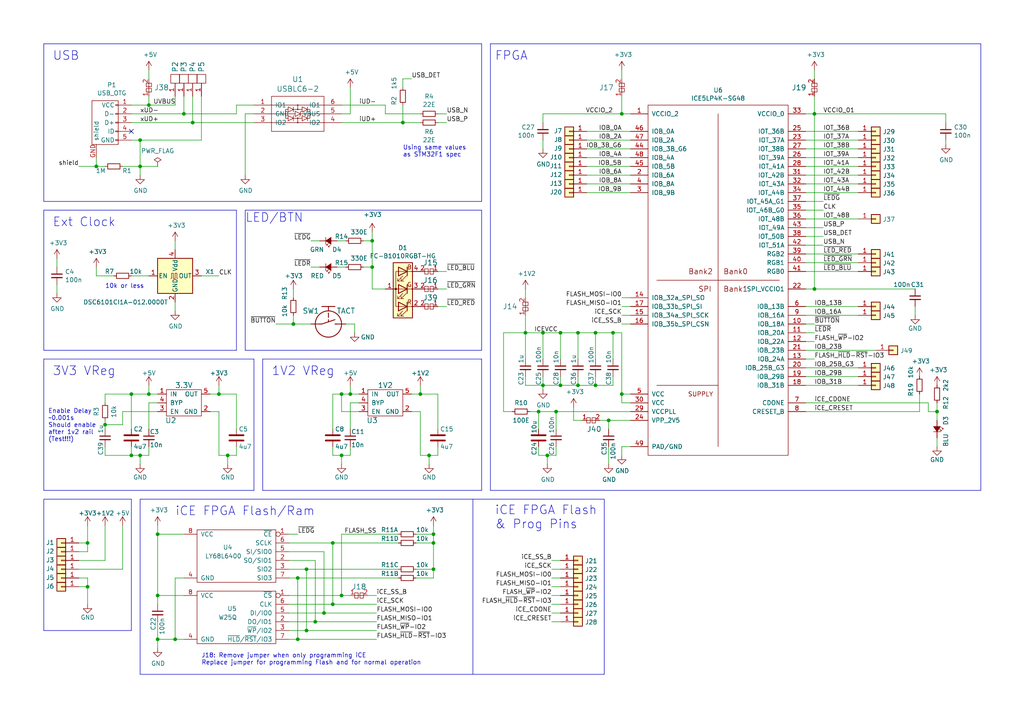
<source format=kicad_sch>
(kicad_sch (version 20230121) (generator eeschema)
  (paper "A4")
  (title_block (title "iCEBreaker-bitsy") (rev "V0.3a") (company "1BitSquared") (comment 1 "2018-2020 (C) 1BitSquared <info@1bitsquared.com>") (comment 2 "2018-2020 (C) Piotr Esden-Tempski <piotr@esden.net>") (comment 3 "License: CC-BY-SA V4.0"))
  (junction (at 27.94 48.26))
  (junction (at 125.73 157.48))
  (junction (at 167.64 96.52))
  (junction (at 107.95 77.47))
  (junction (at 99.06 172.72))
  (junction (at 38.1 132.08))
  (junction (at 25.4 170.18))
  (junction (at 30.48 123.19))
  (junction (at 88.9 165.1))
  (junction (at 125.73 165.1))
  (junction (at 156.21 119.38))
  (junction (at 40.64 40.64))
  (junction (at 40.64 48.26))
  (junction (at 116.84 35.56))
  (junction (at 43.18 30.48))
  (junction (at 45.72 172.72))
  (junction (at 167.64 111.76))
  (junction (at 157.48 96.52))
  (junction (at 236.22 33.02))
  (junction (at 86.36 167.64))
  (junction (at 152.4 96.52))
  (junction (at 236.22 83.82))
  (junction (at 86.36 185.42))
  (junction (at 45.72 185.42))
  (junction (at 172.72 111.76))
  (junction (at 93.98 177.8))
  (junction (at 55.88 35.56))
  (junction (at 180.34 114.3))
  (junction (at 121.92 114.3))
  (junction (at 38.1 114.3))
  (junction (at 85.09 93.98))
  (junction (at 50.8 185.42))
  (junction (at 40.64 132.08))
  (junction (at 96.52 175.26))
  (junction (at 43.18 114.3))
  (junction (at 99.06 114.3))
  (junction (at 63.5 114.3))
  (junction (at 124.46 132.08))
  (junction (at 91.44 180.34))
  (junction (at 125.73 154.94))
  (junction (at 88.9 182.88))
  (junction (at 45.72 154.94))
  (junction (at 158.75 132.08))
  (junction (at 157.48 111.76))
  (junction (at 162.56 96.52))
  (junction (at 66.04 132.08))
  (junction (at 99.06 132.08))
  (junction (at 25.4 157.48))
  (junction (at 172.72 96.52))
  (junction (at 180.34 33.02))
  (junction (at 271.78 119.38))
  (junction (at 176.53 121.92))
  (junction (at 96.52 157.48))
  (junction (at 161.29 119.38))
  (junction (at 53.34 33.02))
  (junction (at 162.56 111.76))
  (junction (at 107.95 69.85))
  (junction (at 177.8 96.52))
  (junction (at 101.6 114.3))
  (no_connect (at 38.1 38.1))
  (wire (pts (xy 83.82 172.72) (xy 99.06 172.72)))
  (wire (pts (xy 160.02 170.18) (xy 162.56 170.18)))
  (wire (pts (xy 45.72 116.84) (xy 43.18 116.84)))
  (wire (pts (xy 182.88 50.8) (xy 170.18 50.8)))
  (wire (pts (xy 63.5 119.38) (xy 63.5 132.08)))
  (wire (pts (xy 233.68 48.26) (xy 248.92 48.26)))
  (polyline (pts (xy 38.1 144.78) (xy 38.1 182.88)))
  (wire (pts (xy 55.88 35.56) (xy 73.66 35.56)))
  (wire (pts (xy 182.88 119.38) (xy 161.29 119.38)))
  (wire (pts (xy 111.76 83.82) (xy 107.95 83.82)))
  (wire (pts (xy 160.02 175.26) (xy 162.56 175.26)))
  (wire (pts (xy 127 83.82) (xy 129.54 83.82)))
  (polyline (pts (xy 38.1 182.88) (xy 12.7 182.88)))
  (wire (pts (xy 85.09 86.36) (xy 85.09 83.82)))
  (wire (pts (xy 86.36 167.64) (xy 86.36 185.42)))
  (wire (pts (xy 104.14 116.84) (xy 101.6 116.84)))
  (wire (pts (xy 158.75 132.08) (xy 156.21 132.08)))
  (wire (pts (xy 30.48 162.56) (xy 30.48 152.4)))
  (wire (pts (xy 30.48 121.92) (xy 30.48 123.19)))
  (wire (pts (xy 96.52 157.48) (xy 96.52 175.26)))
  (wire (pts (xy 120.65 154.94) (xy 125.73 154.94)))
  (wire (pts (xy 102.87 93.98) (xy 102.87 96.52)))
  (wire (pts (xy 180.34 114.3) (xy 180.34 116.84)))
  (wire (pts (xy 127 35.56) (xy 129.54 35.56)))
  (wire (pts (xy 104.14 119.38) (xy 99.06 119.38)))
  (wire (pts (xy 27.94 77.47) (xy 27.94 80.01)))
  (wire (pts (xy 22.86 160.02) (xy 25.4 160.02)))
  (wire (pts (xy 107.95 77.47) (xy 105.41 77.47)))
  (wire (pts (xy 119.38 114.3) (xy 121.92 114.3)))
  (polyline (pts (xy 12.7 142.24) (xy 12.7 104.14)))
  (wire (pts (xy 53.34 185.42) (xy 50.8 185.42)))
  (wire (pts (xy 176.53 121.92) (xy 182.88 121.92)))
  (wire (pts (xy 146.05 119.38) (xy 148.59 119.38)))
  (wire (pts (xy 233.68 38.1) (xy 248.92 38.1)))
  (wire (pts (xy 161.29 129.54) (xy 161.29 132.08)))
  (wire (pts (xy 43.18 114.3) (xy 45.72 114.3)))
  (wire (pts (xy 265.43 88.9) (xy 265.43 91.44)))
  (polyline (pts (xy 284.48 142.24) (xy 142.24 142.24)))
  (wire (pts (xy 25.4 160.02) (xy 25.4 157.48)))
  (wire (pts (xy 90.17 93.98) (xy 85.09 93.98)))
  (wire (pts (xy 53.34 33.02) (xy 68.58 33.02)))
  (wire (pts (xy 233.68 40.64) (xy 248.92 40.64)))
  (wire (pts (xy 68.58 114.3) (xy 68.58 124.46)))
  (wire (pts (xy 27.94 45.72) (xy 27.94 48.26)))
  (wire (pts (xy 25.4 157.48) (xy 25.4 152.4)))
  (wire (pts (xy 233.68 96.52) (xy 236.22 96.52)))
  (wire (pts (xy 99.06 30.48) (xy 111.76 30.48)))
  (wire (pts (xy 50.8 30.48) (xy 43.18 30.48)))
  (wire (pts (xy 162.56 177.8) (xy 160.02 177.8)))
  (wire (pts (xy 101.6 114.3) (xy 101.6 111.76)))
  (wire (pts (xy 182.88 45.72) (xy 170.18 45.72)))
  (wire (pts (xy 233.68 68.58) (xy 238.76 68.58)))
  (wire (pts (xy 180.34 20.32) (xy 180.34 22.86)))
  (wire (pts (xy 236.22 33.02) (xy 274.32 33.02)))
  (wire (pts (xy 167.64 109.22) (xy 167.64 111.76)))
  (wire (pts (xy 152.4 111.76) (xy 157.48 111.76)))
  (wire (pts (xy 125.73 152.4) (xy 125.73 154.94)))
  (polyline (pts (xy 40.64 144.78) (xy 175.26 144.78)))
  (wire (pts (xy 162.56 180.34) (xy 160.02 180.34)))
  (polyline (pts (xy 12.7 58.42) (xy 12.7 12.7)))
  (wire (pts (xy 125.73 157.48) (xy 120.65 157.48)))
  (wire (pts (xy 43.18 132.08) (xy 43.18 129.54)))
  (wire (pts (xy 45.72 172.72) (xy 45.72 175.26)))
  (wire (pts (xy 233.68 99.06) (xy 236.22 99.06)))
  (wire (pts (xy 182.88 43.18) (xy 170.18 43.18)))
  (wire (pts (xy 233.68 83.82) (xy 236.22 83.82)))
  (wire (pts (xy 83.82 177.8) (xy 93.98 177.8)))
  (wire (pts (xy 38.1 80.01) (xy 43.18 80.01)))
  (wire (pts (xy 53.34 27.94) (xy 53.34 33.02)))
  (wire (pts (xy 96.52 114.3) (xy 96.52 124.46)))
  (wire (pts (xy 160.02 165.1) (xy 162.56 165.1)))
  (wire (pts (xy 68.58 30.48) (xy 73.66 30.48)))
  (wire (pts (xy 115.57 157.48) (xy 96.52 157.48)))
  (polyline (pts (xy 142.24 142.24) (xy 142.24 12.7)))
  (wire (pts (xy 233.68 45.72) (xy 248.92 45.72)))
  (wire (pts (xy 35.56 48.26) (xy 40.64 48.26)))
  (wire (pts (xy 236.22 20.32) (xy 236.22 22.86)))
  (wire (pts (xy 16.51 74.93) (xy 16.51 77.47)))
  (polyline (pts (xy 12.7 182.88) (xy 12.7 144.78)))
  (polyline (pts (xy 139.7 60.96) (xy 139.7 101.6)))
  (wire (pts (xy 233.68 116.84) (xy 269.24 116.84)))
  (wire (pts (xy 16.51 82.55) (xy 16.51 85.09)))
  (wire (pts (xy 167.64 96.52) (xy 167.64 104.14)))
  (wire (pts (xy 96.52 132.08) (xy 99.06 132.08)))
  (wire (pts (xy 60.96 114.3) (xy 63.5 114.3)))
  (wire (pts (xy 116.84 25.4) (xy 116.84 22.86)))
  (wire (pts (xy 121.92 119.38) (xy 121.92 132.08)))
  (wire (pts (xy 35.56 123.19) (xy 35.56 119.38)))
  (wire (pts (xy 233.68 63.5) (xy 248.92 63.5)))
  (wire (pts (xy 146.05 96.52) (xy 146.05 119.38)))
  (wire (pts (xy 22.86 157.48) (xy 25.4 157.48)))
  (wire (pts (xy 111.76 33.02) (xy 121.92 33.02)))
  (wire (pts (xy 40.64 48.26) (xy 45.72 48.26)))
  (wire (pts (xy 27.94 48.26) (xy 22.86 48.26)))
  (wire (pts (xy 233.68 91.44) (xy 248.92 91.44)))
  (wire (pts (xy 45.72 172.72) (xy 45.72 154.94)))
  (wire (pts (xy 63.5 132.08) (xy 66.04 132.08)))
  (wire (pts (xy 22.86 167.64) (xy 25.4 167.64)))
  (polyline (pts (xy 175.26 195.58) (xy 40.64 195.58)))
  (polyline (pts (xy 139.7 142.24) (xy 76.2 142.24)))
  (wire (pts (xy 97.79 69.85) (xy 100.33 69.85)))
  (wire (pts (xy 162.56 111.76) (xy 162.56 109.22)))
  (wire (pts (xy 157.48 33.02) (xy 157.48 35.56)))
  (wire (pts (xy 38.1 35.56) (xy 55.88 35.56)))
  (wire (pts (xy 172.72 96.52) (xy 172.72 104.14)))
  (wire (pts (xy 38.1 114.3) (xy 43.18 114.3)))
  (wire (pts (xy 269.24 119.38) (xy 271.78 119.38)))
  (wire (pts (xy 45.72 185.42) (xy 45.72 187.96)))
  (polyline (pts (xy 139.7 104.14) (xy 139.7 142.24)))
  (polyline (pts (xy 71.12 101.6) (xy 71.12 60.96)))
  (wire (pts (xy 30.48 123.19) (xy 35.56 123.19)))
  (wire (pts (xy 88.9 165.1) (xy 115.57 165.1)))
  (wire (pts (xy 99.06 132.08) (xy 99.06 134.62)))
  (wire (pts (xy 85.09 93.98) (xy 80.01 93.98)))
  (wire (pts (xy 96.52 175.26) (xy 109.22 175.26)))
  (wire (pts (xy 127 33.02) (xy 129.54 33.02)))
  (wire (pts (xy 35.56 119.38) (xy 45.72 119.38)))
  (wire (pts (xy 55.88 27.94) (xy 55.88 35.56)))
  (wire (pts (xy 88.9 182.88) (xy 109.22 182.88)))
  (wire (pts (xy 93.98 160.02) (xy 93.98 177.8)))
  (wire (pts (xy 85.09 91.44) (xy 85.09 93.98)))
  (wire (pts (xy 172.72 96.52) (xy 167.64 96.52)))
  (wire (pts (xy 182.88 53.34) (xy 170.18 53.34)))
  (wire (pts (xy 177.8 109.22) (xy 177.8 111.76)))
  (polyline (pts (xy 284.48 12.7) (xy 284.48 142.24)))
  (wire (pts (xy 233.68 66.04) (xy 238.76 66.04)))
  (wire (pts (xy 45.72 154.94) (xy 45.72 152.4)))
  (wire (pts (xy 73.66 33.02) (xy 71.12 33.02)))
  (wire (pts (xy 157.48 96.52) (xy 152.4 96.52)))
  (polyline (pts (xy 73.66 104.14) (xy 73.66 142.24)))
  (wire (pts (xy 233.68 58.42) (xy 238.76 58.42)))
  (wire (pts (xy 182.88 55.88) (xy 170.18 55.88)))
  (wire (pts (xy 156.21 124.46) (xy 156.21 119.38)))
  (wire (pts (xy 43.18 116.84) (xy 43.18 124.46)))
  (wire (pts (xy 182.88 33.02) (xy 180.34 33.02)))
  (wire (pts (xy 116.84 35.56) (xy 121.92 35.56)))
  (wire (pts (xy 68.58 33.02) (xy 68.58 30.48)))
  (polyline (pts (xy 76.2 104.14) (xy 139.7 104.14)))
  (wire (pts (xy 182.88 88.9) (xy 180.34 88.9)))
  (wire (pts (xy 25.4 170.18) (xy 25.4 175.26)))
  (wire (pts (xy 106.68 172.72) (xy 109.22 172.72)))
  (polyline (pts (xy 40.64 195.58) (xy 40.64 144.78)))
  (wire (pts (xy 152.4 91.44) (xy 152.4 96.52)))
  (wire (pts (xy 166.37 121.92) (xy 166.37 118.11)))
  (wire (pts (xy 172.72 111.76) (xy 167.64 111.76)))
  (wire (pts (xy 99.06 114.3) (xy 101.6 114.3)))
  (wire (pts (xy 121.92 132.08) (xy 124.46 132.08)))
  (wire (pts (xy 38.1 40.64) (xy 40.64 40.64)))
  (wire (pts (xy 125.73 154.94) (xy 125.73 157.48)))
  (wire (pts (xy 50.8 87.63) (xy 50.8 90.17)))
  (wire (pts (xy 83.82 175.26) (xy 96.52 175.26)))
  (wire (pts (xy 161.29 119.38) (xy 161.29 124.46)))
  (wire (pts (xy 105.41 69.85) (xy 107.95 69.85)))
  (wire (pts (xy 68.58 132.08) (xy 68.58 129.54)))
  (wire (pts (xy 233.68 109.22) (xy 248.92 109.22)))
  (polyline (pts (xy 137.16 144.78) (xy 137.16 195.58)))
  (wire (pts (xy 157.48 96.52) (xy 157.48 104.14)))
  (wire (pts (xy 100.33 93.98) (xy 102.87 93.98)))
  (wire (pts (xy 30.48 129.54) (xy 30.48 132.08)))
  (wire (pts (xy 233.68 50.8) (xy 248.92 50.8)))
  (polyline (pts (xy 76.2 142.24) (xy 76.2 104.14)))
  (wire (pts (xy 101.6 114.3) (xy 104.14 114.3)))
  (wire (pts (xy 43.18 20.32) (xy 43.18 22.86)))
  (wire (pts (xy 50.8 167.64) (xy 50.8 185.42)))
  (wire (pts (xy 156.21 119.38) (xy 161.29 119.38)))
  (polyline (pts (xy 68.58 60.96) (xy 68.58 101.6)))
  (wire (pts (xy 233.68 119.38) (xy 266.7 119.38)))
  (wire (pts (xy 233.68 106.68) (xy 248.92 106.68)))
  (wire (pts (xy 271.78 119.38) (xy 271.78 121.92)))
  (wire (pts (xy 86.36 167.64) (xy 115.57 167.64)))
  (wire (pts (xy 101.6 116.84) (xy 101.6 124.46)))
  (wire (pts (xy 233.68 43.18) (xy 248.92 43.18)))
  (wire (pts (xy 99.06 172.72) (xy 101.6 172.72)))
  (wire (pts (xy 92.71 77.47) (xy 90.17 77.47)))
  (wire (pts (xy 153.67 119.38) (xy 156.21 119.38)))
  (wire (pts (xy 83.82 185.42) (xy 86.36 185.42)))
  (wire (pts (xy 83.82 162.56) (xy 91.44 162.56)))
  (wire (pts (xy 233.68 60.96) (xy 238.76 60.96)))
  (wire (pts (xy 156.21 129.54) (xy 156.21 132.08)))
  (wire (pts (xy 53.34 167.64) (xy 50.8 167.64)))
  (wire (pts (xy 121.92 114.3) (xy 121.92 111.76)))
  (wire (pts (xy 53.34 154.94) (xy 45.72 154.94)))
  (wire (pts (xy 236.22 33.02) (xy 236.22 83.82)))
  (polyline (pts (xy 12.7 104.14) (xy 73.66 104.14)))
  (wire (pts (xy 40.64 48.26) (xy 40.64 50.8)))
  (wire (pts (xy 233.68 76.2) (xy 248.92 76.2)))
  (wire (pts (xy 116.84 35.56) (xy 116.84 30.48)))
  (polyline (pts (xy 68.58 101.6) (xy 12.7 101.6)))
  (wire (pts (xy 88.9 165.1) (xy 88.9 182.88)))
  (wire (pts (xy 271.78 116.84) (xy 271.78 119.38)))
  (polyline (pts (xy 12.7 12.7) (xy 139.7 12.7)))
  (wire (pts (xy 99.06 132.08) (xy 101.6 132.08)))
  (wire (pts (xy 173.99 121.92) (xy 176.53 121.92)))
  (wire (pts (xy 30.48 116.84) (xy 30.48 114.3)))
  (wire (pts (xy 161.29 132.08) (xy 158.75 132.08)))
  (wire (pts (xy 22.86 165.1) (xy 35.56 165.1)))
  (wire (pts (xy 127 78.74) (xy 129.54 78.74)))
  (wire (pts (xy 30.48 114.3) (xy 38.1 114.3)))
  (wire (pts (xy 167.64 111.76) (xy 162.56 111.76)))
  (wire (pts (xy 160.02 172.72) (xy 162.56 172.72)))
  (wire (pts (xy 38.1 132.08) (xy 40.64 132.08)))
  (wire (pts (xy 107.95 67.31) (xy 107.95 69.85)))
  (wire (pts (xy 168.91 121.92) (xy 166.37 121.92)))
  (wire (pts (xy 63.5 114.3) (xy 68.58 114.3)))
  (wire (pts (xy 152.4 96.52) (xy 152.4 104.14)))
  (wire (pts (xy 121.92 114.3) (xy 127 114.3)))
  (wire (pts (xy 99.06 154.94) (xy 99.06 172.72)))
  (wire (pts (xy 66.04 132.08) (xy 66.04 134.62)))
  (wire (pts (xy 99.06 35.56) (xy 116.84 35.56)))
  (wire (pts (xy 83.82 180.34) (xy 91.44 180.34)))
  (wire (pts (xy 101.6 132.08) (xy 101.6 129.54)))
  (wire (pts (xy 180.34 27.94) (xy 180.34 33.02)))
  (wire (pts (xy 124.46 132.08) (xy 124.46 134.62)))
  (wire (pts (xy 269.24 116.84) (xy 269.24 119.38)))
  (polyline (pts (xy 175.26 144.78) (xy 175.26 195.58)))
  (polyline (pts (xy 139.7 101.6) (xy 71.12 101.6)))
  (wire (pts (xy 58.42 40.64) (xy 40.64 40.64)))
  (wire (pts (xy 152.4 83.82) (xy 152.4 86.36)))
  (wire (pts (xy 125.73 165.1) (xy 125.73 167.64)))
  (wire (pts (xy 40.64 132.08) (xy 40.64 134.62)))
  (wire (pts (xy 182.88 93.98) (xy 180.34 93.98)))
  (wire (pts (xy 162.56 96.52) (xy 162.56 104.14)))
  (wire (pts (xy 30.48 132.08) (xy 38.1 132.08)))
  (wire (pts (xy 38.1 114.3) (xy 38.1 124.46)))
  (wire (pts (xy 58.42 80.01) (xy 63.5 80.01)))
  (wire (pts (xy 157.48 111.76) (xy 162.56 111.76)))
  (polyline (pts (xy 73.66 142.24) (xy 12.7 142.24)))
  (wire (pts (xy 146.05 96.52) (xy 152.4 96.52)))
  (wire (pts (xy 167.64 96.52) (xy 162.56 96.52)))
  (wire (pts (xy 119.38 119.38) (xy 121.92 119.38)))
  (wire (pts (xy 182.88 116.84) (xy 180.34 116.84)))
  (wire (pts (xy 30.48 123.19) (xy 30.48 124.46)))
  (wire (pts (xy 125.73 157.48) (xy 125.73 165.1)))
  (wire (pts (xy 96.52 157.48) (xy 83.82 157.48)))
  (wire (pts (xy 182.88 114.3) (xy 180.34 114.3)))
  (wire (pts (xy 176.53 124.46) (xy 176.53 121.92)))
  (wire (pts (xy 22.86 162.56) (xy 30.48 162.56)))
  (polyline (pts (xy 139.7 58.42) (xy 12.7 58.42)))
  (wire (pts (xy 158.75 132.08) (xy 158.75 134.62)))
  (wire (pts (xy 111.76 30.48) (xy 111.76 33.02)))
  (wire (pts (xy 101.6 33.02) (xy 101.6 25.4)))
  (wire (pts (xy 157.48 40.64) (xy 157.48 43.18)))
  (wire (pts (xy 162.56 96.52) (xy 157.48 96.52)))
  (wire (pts (xy 127 88.9) (xy 129.54 88.9)))
  (wire (pts (xy 50.8 69.85) (xy 50.8 72.39)))
  (wire (pts (xy 176.53 129.54) (xy 176.53 134.62)))
  (wire (pts (xy 40.64 40.64) (xy 40.64 48.26)))
  (wire (pts (xy 96.52 114.3) (xy 99.06 114.3)))
  (polyline (pts (xy 139.7 12.7) (xy 139.7 58.42)))
  (wire (pts (xy 160.02 167.64) (xy 162.56 167.64)))
  (wire (pts (xy 38.1 33.02) (xy 53.34 33.02)))
  (wire (pts (xy 115.57 154.94) (xy 99.06 154.94)))
  (wire (pts (xy 60.96 119.38) (xy 63.5 119.38)))
  (wire (pts (xy 233.68 73.66) (xy 248.92 73.66)))
  (wire (pts (xy 83.82 160.02) (xy 93.98 160.02)))
  (wire (pts (xy 38.1 129.54) (xy 38.1 132.08)))
  (wire (pts (xy 71.12 33.02) (xy 71.12 50.8)))
  (wire (pts (xy 274.32 40.64) (xy 274.32 41.91)))
  (polyline (pts (xy 12.7 60.96) (xy 68.58 60.96)))
  (wire (pts (xy 266.7 119.38) (xy 266.7 114.3)))
  (wire (pts (xy 127 114.3) (xy 127 124.46)))
  (wire (pts (xy 107.95 77.47) (xy 107.95 69.85)))
  (polyline (pts (xy 71.12 60.96) (xy 139.7 60.96)))
  (wire (pts (xy 58.42 27.94) (xy 58.42 40.64)))
  (wire (pts (xy 66.04 132.08) (xy 68.58 132.08)))
  (wire (pts (xy 91.44 180.34) (xy 109.22 180.34)))
  (wire (pts (xy 157.48 111.76) (xy 157.48 113.03)))
  (wire (pts (xy 233.68 104.14) (xy 236.22 104.14)))
  (wire (pts (xy 96.52 129.54) (xy 96.52 132.08)))
  (wire (pts (xy 271.78 127) (xy 271.78 129.54)))
  (wire (pts (xy 180.34 96.52) (xy 180.34 114.3)))
  (wire (pts (xy 83.82 182.88) (xy 88.9 182.88)))
  (wire (pts (xy 152.4 109.22) (xy 152.4 111.76)))
  (wire (pts (xy 177.8 111.76) (xy 172.72 111.76)))
  (wire (pts (xy 233.68 101.6) (xy 254 101.6)))
  (wire (pts (xy 43.18 27.94) (xy 43.18 30.48)))
  (wire (pts (xy 182.88 38.1) (xy 170.18 38.1)))
  (wire (pts (xy 45.72 180.34) (xy 45.72 185.42)))
  (wire (pts (xy 27.94 80.01) (xy 33.02 80.01)))
  (wire (pts (xy 125.73 165.1) (xy 120.65 165.1)))
  (wire (pts (xy 180.34 96.52) (xy 177.8 96.52)))
  (polyline (pts (xy 12.7 144.78) (xy 38.1 144.78)))
  (wire (pts (xy 40.64 132.08) (xy 43.18 132.08)))
  (wire (pts (xy 233.68 71.12) (xy 238.76 71.12)))
  (wire (pts (xy 182.88 48.26) (xy 170.18 48.26)))
  (wire (pts (xy 236.22 83.82) (xy 265.43 83.82)))
  (wire (pts (xy 180.34 129.54) (xy 180.34 132.08)))
  (wire (pts (xy 233.68 88.9) (xy 248.92 88.9)))
  (wire (pts (xy 233.68 53.34) (xy 248.92 53.34)))
  (polyline (pts (xy 12.7 101.6) (xy 12.7 60.96)))
  (wire (pts (xy 182.88 91.44) (xy 180.34 91.44)))
  (wire (pts (xy 233.68 111.76) (xy 248.92 111.76)))
  (wire (pts (xy 92.71 69.85) (xy 90.17 69.85)))
  (wire (pts (xy 43.18 114.3) (xy 43.18 111.76)))
  (wire (pts (xy 99.06 119.38) (xy 99.06 114.3)))
  (wire (pts (xy 97.79 77.47) (xy 100.33 77.47)))
  (wire (pts (xy 182.88 129.54) (xy 180.34 129.54)))
  (wire (pts (xy 86.36 185.42) (xy 109.22 185.42)))
  (wire (pts (xy 157.48 109.22) (xy 157.48 111.76)))
  (wire (pts (xy 180.34 33.02) (xy 157.48 33.02)))
  (wire (pts (xy 182.88 40.64) (xy 170.18 40.64)))
  (wire (pts (xy 35.56 165.1) (xy 35.56 152.4)))
  (wire (pts (xy 233.68 55.88) (xy 248.92 55.88)))
  (wire (pts (xy 172.72 109.22) (xy 172.72 111.76)))
  (wire (pts (xy 116.84 22.86) (xy 119.38 22.86)))
  (wire (pts (xy 25.4 167.64) (xy 25.4 170.18)))
  (wire (pts (xy 83.82 154.94) (xy 86.36 154.94)))
  (wire (pts (xy 233.68 78.74) (xy 248.92 78.74)))
  (wire (pts (xy 38.1 30.48) (xy 43.18 30.48)))
  (wire (pts (xy 177.8 96.52) (xy 172.72 96.52)))
  (wire (pts (xy 83.82 167.64) (xy 86.36 167.64)))
  (wire (pts (xy 22.86 170.18) (xy 25.4 170.18)))
  (wire (pts (xy 63.5 114.3) (xy 63.5 111.76)))
  (wire (pts (xy 27.94 48.26) (xy 30.48 48.26)))
  (wire (pts (xy 236.22 27.94) (xy 236.22 33.02)))
  (wire (pts (xy 233.68 93.98) (xy 236.22 93.98)))
  (wire (pts (xy 274.32 33.02) (xy 274.32 35.56)))
  (wire (pts (xy 83.82 165.1) (xy 88.9 165.1)))
  (wire (pts (xy 162.56 162.56) (xy 160.02 162.56)))
  (wire (pts (xy 99.06 33.02) (xy 101.6 33.02)))
  (wire (pts (xy 125.73 167.64) (xy 120.65 167.64)))
  (wire (pts (xy 91.44 162.56) (xy 91.44 180.34)))
  (wire (pts (xy 50.8 185.42) (xy 45.72 185.42)))
  (wire (pts (xy 127 132.08) (xy 127 129.54)))
  (wire (pts (xy 124.46 132.08) (xy 127 132.08)))
  (wire (pts (xy 50.8 27.94) (xy 50.8 30.48)))
  (wire (pts (xy 233.68 33.02) (xy 236.22 33.02)))
  (wire (pts (xy 93.98 177.8) (xy 109.22 177.8)))
  (wire (pts (xy 107.95 83.82) (xy 107.95 77.47)))
  (polyline (pts (xy 142.24 12.7) (xy 284.48 12.7)))
  (wire (pts (xy 182.88 86.36) (xy 180.34 86.36)))
  (wire (pts (xy 177.8 96.52) (xy 177.8 104.14)))
  (wire (pts (xy 53.34 172.72) (xy 45.72 172.72)))
  (text "Ext Clock" (at 15.24 66.04 0) (effects (font (size 2.54 2.54)) (justify left bottom)))
  (text "USB" (at 15.24 17.78 0) (effects (font (size 2.54 2.54)) (justify left bottom)))
  (text "J18: Remove jumper when only programming iCE\nReplace jumper for programming Flash and for normal operation" (at 58.42 193.04 0) (effects (font (size 1.27 1.27)) (justify left bottom)))
  (text "1V2 VReg" (at 78.74 109.22 0) (effects (font (size 2.54 2.54)) (justify left bottom)))
  (text "3V3 VReg" (at 15.24 109.22 0) (effects (font (size 2.54 2.54)) (justify left bottom)))
  (text "FPGA" (at 143.51 17.78 0) (effects (font (size 2.54 2.54)) (justify left bottom)))
  (text "Using same values\nas STM32F1 spec" (at 116.84 45.72 0) (effects (font (size 1.27 1.27)) (justify left bottom)))
  (text "LED/BTN" (at 71.12 64.77 0) (effects (font (size 2.54 2.54)) (justify left bottom)))
  (text "10k or less" (at 30.48 83.82 0) (effects (font (size 1.27 1.27)) (justify left bottom)))
  (text "iCE FPGA Flash/Ram" (at 50.8 149.86 0) (effects (font (size 2.54 2.54)) (justify left bottom)))
  (text "iCE FPGA Flash\n& Prog Pins" (at 143.51 153.67 0) (effects (font (size 2.54 2.54)) (justify left bottom)))
  (text "Enable Delay\n~0.001s\nShould enable\nafter 1v2 rail\n(Test!!!)" (at 13.97 128.27 0) (effects (font (size 1.27 1.27)) (justify left bottom)))
  (label "~{LED_BLU}" (at 129.54 78.74 0))
  (label "IOB_5B" (at 180.34 48.26 180))
  (label "IOB_13B" (at 236.22 88.9 0))
  (label "VCCIO_2" (at 177.8 33.02 180))
  (label "IOT_48B" (at 238.76 63.5 0))
  (label "iCE_SS_B" (at 109.22 172.72 0))
  (label "USB_N" (at 238.76 71.12 0))
  (label "IOT_39A" (at 238.76 45.72 0))
  (label "IOB_8A" (at 180.34 53.34 180))
  (label "~{LED_RED}" (at 238.76 73.66 0))
  (label "shield" (at 22.86 48.26 180))
  (label "~{BUTTON}" (at 236.22 93.98 0))
  (label "USB_DET" (at 238.76 68.58 0))
  (label "FLASH_MISO-IO1" (at 180.34 88.9 180))
  (label "ICEVCC" (at 154.94 96.52 0))
  (label "FLASH_MOSI-IO0" (at 109.22 177.8 0))
  (label "~{LED_GRN}" (at 238.76 76.2 0))
  (label "~{LED_BLU}" (at 238.76 78.74 0))
  (label "FLASH_SS" (at 109.22 154.94 180))
  (label "IOB_16A" (at 236.22 91.44 0))
  (label "CLK" (at 63.5 80.01 0))
  (label "iCE_SCK" (at 160.02 165.1 180))
  (label "IOT_37A" (at 238.76 40.64 0))
  (label "USB_DET" (at 119.38 22.86 0))
  (label "USB_P" (at 238.76 66.04 0))
  (label "xUD-" (at 40.64 33.02 0))
  (label "iCE_SCK" (at 109.22 175.26 0))
  (label "FLASH_~{HLD}-~{RST}-IO3" (at 160.02 175.26 180))
  (label "iUD+" (at 104.14 35.56 0))
  (label "IOB_29B" (at 236.22 109.22 0))
  (label "iCE_SS_B" (at 180.34 93.98 180))
  (label "IOB_31B" (at 236.22 111.76 0))
  (label "IOB_9B" (at 180.34 55.88 180))
  (label "xUD+" (at 40.64 35.56 0))
  (label "FLASH_~{WP}-IO2" (at 109.22 182.88 0))
  (label "iCE_CDONE" (at 236.22 116.84 0))
  (label "FLASH_MOSI-IO0" (at 160.02 167.64 180))
  (label "~{LEDG}" (at 238.76 58.42 0))
  (label "FLASH_~{WP}-IO2" (at 160.02 172.72 180))
  (label "iUD-" (at 104.14 30.48 0))
  (label "~{LED_GRN}" (at 129.54 83.82 0))
  (label "CLK" (at 238.76 60.96 0))
  (label "IOT_38B" (at 238.76 43.18 0))
  (label "~{LEDR}" (at 90.17 77.47 180))
  (label "iCE_SCK" (at 180.34 91.44 180))
  (label "~{LEDG}" (at 86.36 154.94 0))
  (label "IOB_2A" (at 180.34 40.64 180))
  (label "IOT_42B" (at 238.76 50.8 0))
  (label "IOT_44B" (at 238.76 55.88 0))
  (label "~{LEDR}" (at 236.22 96.52 0))
  (label "IOT_43A" (at 238.76 53.34 0))
  (label "IOB_3B_G6" (at 180.34 43.18 180))
  (label "FLASH_MOSI-IO0" (at 180.34 86.36 180))
  (label "IOT_41A" (at 238.76 48.26 0))
  (label "FLASH_~{WP}-IO2" (at 236.22 99.06 0))
  (label "USB_N" (at 129.54 33.02 0))
  (label "FLASH_MISO-IO1" (at 109.22 180.34 0))
  (label "IOT_36B" (at 238.76 38.1 0))
  (label "IOB_0A" (at 180.34 38.1 180))
  (label "IOB_23B" (at 236.22 101.6 0))
  (label "UVBUS" (at 44.45 30.48 0))
  (label "~{BUTTON}" (at 80.01 93.98 180))
  (label "iCE_SS_B" (at 160.02 162.56 180))
  (label "iCE_CRESET" (at 236.22 119.38 0))
  (label "USB_P" (at 129.54 35.56 0))
  (label "VCCIO_01" (at 238.76 33.02 0))
  (label "IOB_4A" (at 180.34 45.72 180))
  (label "IOB_6A" (at 180.34 50.8 180))
  (label "iCE_CRESET" (at 160.02 180.34 180))
  (label "IOB_25B_G3" (at 236.22 106.68 0))
  (label "iCE_CDONE" (at 160.02 177.8 180))
  (label "~{LED_RED}" (at 129.54 88.9 0))
  (label "FLASH_MISO-IO1" (at 160.02 170.18 180))
  (label "FLASH_~{HLD}-~{RST}-IO3" (at 236.22 104.14 0))
  (label "~{LEDG}" (at 90.17 69.85 180))
  (label "FLASH_~{HLD}-~{RST}-IO3" (at 109.22 185.42 0))
  (symbol (lib_id "icebreaker-bitsy-rescue:ICE5LP4K-SG48-pkl_lattice") (at 208.28 81.28 0) (unit 1)
    (property "Reference" "U6" (at 208.28 26.162 0))
    (property "Value" "ICE5LP4K-SG48" (at 208.28 28.5242 0))
    (property "Footprint" "pkl_housings_dfn_qfn:QFN-48-1EP_7x7mm_Pitch0.5mm" (effects hide))
    (property "Source" "ANY" (effects hide))
    (property "Key" "ic-ice5lp4k-sg48" (effects hide))
  )
  (symbol (lib_id "power:GND") (at 180.34 132.08 0) (unit 1)
    (property "Reference" "#PWR01" (effects hide))
    (property "Value" "GND" (at 180.467 136.5504 0))
  )
  (symbol (lib_id "icebreaker-bitsy-rescue:pkl_R_Small-pkl_device") (at 35.56 80.01 90) (unit 1)
    (property "Reference" "R7" (at 31.75 78.74 90))
    (property "Value" "10k" (at 39.37 78.74 90))
    (property "Footprint" "pkl_dipol:R_0402" (effects hide))
    (property "Source" "ANY" (effects hide))
    (property "Key" "res-0402-10k" (effects hide))
  )
  (symbol (lib_id "power:+3V3") (at 50.8 69.85 0) (unit 1)
    (property "Reference" "#PWR02" (effects hide))
    (property "Value" "+3V3" (at 51.181 65.3796 0))
  )
  (symbol (lib_id "power:+3V3") (at 27.94 77.47 0) (unit 1)
    (property "Reference" "#PWR03" (effects hide))
    (property "Value" "+3V3" (at 28.321 72.9996 0))
  )
  (symbol (lib_id "power:GND") (at 50.8 90.17 0) (unit 1)
    (property "Reference" "#PWR05" (effects hide))
    (property "Value" "GND" (at 50.927 94.6404 0))
  )
  (symbol (lib_id "icebreaker-bitsy-rescue:pkl_C_Small-pkl_device") (at 16.51 80.01 0) (unit 1)
    (property "Reference" "C4" (at 18.8468 78.8162 0) (effects (justify left)))
    (property "Value" "100n" (at 18.8468 81.1784 0) (effects (justify left)))
    (property "Footprint" "pkl_dipol:C_0402" (effects hide))
    (property "Source" "ANY" (effects hide))
    (property "Key" "cap-cer-0402-100n" (effects hide))
  )
  (symbol (lib_id "icebreaker-bitsy-rescue:pkl_USB_OTG-pkl_conn") (at 30.48 35.56 90) (mirror x) (unit 1)
    (property "Reference" "P1" (at 32.4104 24.638 90))
    (property "Value" "USB_OTG" (at 32.4104 27.0002 90))
    (property "Footprint" "pkl_connectors:Connector_USB_Micro_B_SMD" (effects hide))
    (property "Key" "conn-smd-usb-micro-b" (effects hide))
    (property "Source" "ANY" (effects hide))
  )
  (symbol (lib_id "icebreaker-bitsy-rescue:pkl_R_Small-pkl_device") (at 33.02 48.26 270) (unit 1)
    (property "Reference" "R1" (at 36.83 49.53 90))
    (property "Value" "1M" (at 29.21 49.53 90))
    (property "Footprint" "pkl_dipol:R_0402" (effects hide))
    (property "Source" "ANY" (effects hide))
    (property "Key" "res-0402-1m" (effects hide))
  )
  (symbol (lib_id "power:GND") (at 40.64 50.8 0) (unit 1)
    (property "Reference" "#PWR06" (effects hide))
    (property "Value" "GND" (at 40.767 55.2704 0))
  )
  (symbol (lib_id "power:PWR_FLAG") (at 45.72 48.26 0) (unit 1)
    (property "Reference" "#FLG01" (effects hide))
    (property "Value" "PWR_FLAG" (at 45.72 43.7642 0))
  )
  (symbol (lib_id "power:+5V") (at 43.18 20.32 0) (unit 1)
    (property "Reference" "#PWR08" (effects hide))
    (property "Value" "+5V" (at 43.561 15.8496 0))
  )
  (symbol (lib_id "icebreaker-bitsy-rescue:pkl_C_Small-pkl_device") (at 177.8 106.68 0) (mirror y) (unit 1)
    (property "Reference" "C38" (at 176.53 111.76 90) (effects (justify left)))
    (property "Value" "10n" (at 176.53 105.41 90) (effects (justify left)))
    (property "Footprint" "pkl_dipol:C_0402" (effects hide))
    (property "Source" "ANY" (effects hide))
    (property "Key" "cap-cer-0402-10n" (effects hide))
  )
  (symbol (lib_id "icebreaker-bitsy-rescue:pkl_C_Small-pkl_device") (at 172.72 106.68 0) (mirror y) (unit 1)
    (property "Reference" "C37" (at 171.45 111.76 90) (effects (justify left)))
    (property "Value" "100n" (at 171.45 105.41 90) (effects (justify left)))
    (property "Footprint" "pkl_dipol:C_0402" (effects hide))
    (property "Source" "ANY" (effects hide))
    (property "Key" "cap-cer-0402-100n" (effects hide))
  )
  (symbol (lib_id "icebreaker-bitsy-rescue:pkl_C_Small-pkl_device") (at 167.64 106.68 0) (mirror y) (unit 1)
    (property "Reference" "C36" (at 166.37 111.76 90) (effects (justify left)))
    (property "Value" "1u" (at 166.37 105.41 90) (effects (justify left)))
    (property "Footprint" "pkl_dipol:C_0402" (effects hide))
    (property "Source" "ANY" (effects hide))
    (property "Key" "cap-cer-0402-1u" (effects hide))
  )
  (symbol (lib_id "icebreaker-bitsy-rescue:pkl_VREG_5PIN_FIXED-pkl_device") (at 53.34 116.84 0) (unit 1)
    (property "Reference" "U2" (at 49.53 121.92 0) (effects (font (size 1.524 1.524))))
    (property "Value" "3.3V" (at 53.34 111.76 0) (effects (font (size 1.524 1.524))))
    (property "Footprint" "pkl_housings_sot:SOT-23-5" (effects hide))
    (property "Source" "ANY" (effects hide))
    (property "Key" "vreg-sot23-5-3v3" (effects hide))
  )
  (symbol (lib_id "icebreaker-bitsy-rescue:pkl_C-pkl_device") (at 38.1 127 0) (unit 1)
    (property "Reference" "C2" (at 38.735 124.46 0) (effects (justify left)))
    (property "Value" "4u7" (at 38.735 129.54 0) (effects (justify left)))
    (property "Footprint" "pkl_dipol:C_0603" (effects hide))
    (property "Source" "ANY" (effects hide))
    (property "Key" "cap-cer-0603-4u7" (effects hide))
  )
  (symbol (lib_id "icebreaker-bitsy-rescue:pkl_C_Small-pkl_device") (at 43.18 127 0) (unit 1)
    (property "Reference" "C3" (at 43.434 125.222 0) (effects (justify left)))
    (property "Value" "10n" (at 43.434 129.032 0) (effects (justify left)))
    (property "Footprint" "pkl_dipol:C_0402" (effects hide))
    (property "Source" "ANY" (effects hide))
    (property "Key" "cap-cer-0402-10n" (effects hide))
  )
  (symbol (lib_id "power:GND") (at 40.64 134.62 0) (unit 1)
    (property "Reference" "#PWR081" (effects hide))
    (property "Value" "GND" (at 40.64 138.43 0))
  )
  (symbol (lib_id "icebreaker-bitsy-rescue:pkl_C-pkl_device") (at 68.58 127 0) (unit 1)
    (property "Reference" "C5" (at 69.215 124.46 0) (effects (justify left)))
    (property "Value" "4u7" (at 69.215 129.54 0) (effects (justify left)))
    (property "Footprint" "pkl_dipol:C_0603" (effects hide))
    (property "Source" "ANY" (effects hide))
    (property "Key" "cap-cer-0603-4u7" (effects hide))
  )
  (symbol (lib_id "power:GND") (at 66.04 134.62 0) (unit 1)
    (property "Reference" "#PWR082" (effects hide))
    (property "Value" "GND" (at 66.04 138.43 0))
  )
  (symbol (lib_id "power:+5V") (at 43.18 111.76 0) (unit 1)
    (property "Reference" "#PWR083" (effects hide))
    (property "Value" "+5V" (at 43.18 108.204 0))
  )
  (symbol (lib_id "power:+3V3") (at 63.5 111.76 0) (unit 1)
    (property "Reference" "#PWR084" (effects hide))
    (property "Value" "+3V3" (at 63.5 108.204 0))
  )
  (symbol (lib_id "icebreaker-bitsy-rescue:pkl_VREG_5PIN_FIXED-pkl_device") (at 111.76 116.84 0) (unit 1)
    (property "Reference" "U3" (at 107.95 121.92 0) (effects (font (size 1.524 1.524))))
    (property "Value" "1V2" (at 111.76 111.76 0) (effects (font (size 1.524 1.524))))
    (property "Footprint" "pkl_housings_sot:SOT-23-5" (effects hide))
    (property "Source" "ANY" (effects hide))
    (property "Key" "vreg-sot23-5-1v2" (effects hide))
  )
  (symbol (lib_id "icebreaker-bitsy-rescue:pkl_C-pkl_device") (at 96.52 127 0) (unit 1)
    (property "Reference" "C8" (at 97.155 124.46 0) (effects (justify left)))
    (property "Value" "4u7" (at 97.155 129.54 0) (effects (justify left)))
    (property "Footprint" "pkl_dipol:C_0603" (effects hide))
    (property "Source" "ANY" (effects hide))
    (property "Key" "cap-cer-0603-4u7" (effects hide))
  )
  (symbol (lib_id "icebreaker-bitsy-rescue:pkl_C_Small-pkl_device") (at 101.6 127 0) (unit 1)
    (property "Reference" "C11" (at 101.854 125.222 0) (effects (justify left)))
    (property "Value" "10n" (at 101.854 129.032 0) (effects (justify left)))
    (property "Footprint" "pkl_dipol:C_0402" (effects hide))
    (property "Source" "ANY" (effects hide))
    (property "Key" "cap-cer-0402-10n" (effects hide))
  )
  (symbol (lib_id "power:GND") (at 99.06 134.62 0) (unit 1)
    (property "Reference" "#PWR085" (effects hide))
    (property "Value" "GND" (at 99.06 138.43 0))
  )
  (symbol (lib_id "icebreaker-bitsy-rescue:pkl_C-pkl_device") (at 127 127 0) (unit 1)
    (property "Reference" "C15" (at 127.635 124.46 0) (effects (justify left)))
    (property "Value" "4u7" (at 127.635 129.54 0) (effects (justify left)))
    (property "Footprint" "pkl_dipol:C_0603" (effects hide))
    (property "Source" "ANY" (effects hide))
    (property "Key" "cap-cer-0603-4u7" (effects hide))
  )
  (symbol (lib_id "power:GND") (at 124.46 134.62 0) (unit 1)
    (property "Reference" "#PWR086" (effects hide))
    (property "Value" "GND" (at 124.46 138.43 0))
  )
  (symbol (lib_id "power:+5V") (at 101.6 111.76 0) (unit 1)
    (property "Reference" "#PWR087" (effects hide))
    (property "Value" "+5V" (at 101.6 108.204 0))
  )
  (symbol (lib_id "power:+1V2") (at 121.92 111.76 0) (unit 1)
    (property "Reference" "#PWR088" (effects hide))
    (property "Value" "+1V2" (at 121.92 108.204 0))
  )
  (symbol (lib_id "power:+3V3") (at 166.37 118.11 0) (unit 1)
    (property "Reference" "#PWR035" (effects hide))
    (property "Value" "+3V3" (at 166.751 113.6396 0))
  )
  (symbol (lib_id "icebreaker-bitsy-rescue:pkl_R_Small-pkl_device") (at 151.13 119.38 270) (unit 1)
    (property "Reference" "R10" (at 151.13 116.84 90))
    (property "Value" "100E" (at 151.13 121.92 90))
    (property "Footprint" "pkl_dipol:R_0402" (effects hide))
    (property "Source" "ANY" (effects hide))
    (property "Key" "res-0402-100" (effects hide))
  )
  (symbol (lib_id "icebreaker-bitsy-rescue:pkl_C_Small-pkl_device") (at 161.29 127 0) (mirror y) (unit 1)
    (property "Reference" "C26" (at 160.02 132.08 90) (effects (justify left)))
    (property "Value" "100n" (at 160.02 125.73 90) (effects (justify left)))
    (property "Footprint" "pkl_dipol:C_0402" (effects hide))
    (property "Source" "ANY" (effects hide))
    (property "Key" "cap-cer-0402-100n" (effects hide))
  )
  (symbol (lib_id "icebreaker-bitsy-rescue:pkl_C-pkl_device") (at 156.21 127 0) (mirror y) (unit 1)
    (property "Reference" "C24" (at 154.94 132.08 90) (effects (justify left)))
    (property "Value" "10u" (at 154.94 125.73 90) (effects (justify left)))
    (property "Footprint" "pkl_dipol:C_0603" (effects hide))
    (property "Source" "ANY" (effects hide))
    (property "Key" "cap-cer-0603-10u" (effects hide))
  )
  (symbol (lib_id "power:GND") (at 158.75 134.62 0) (unit 1)
    (property "Reference" "#PWR036" (effects hide))
    (property "Value" "GND" (at 158.877 139.0904 0))
  )
  (symbol (lib_id "icebreaker-bitsy-rescue:pkl_C_Small-pkl_device") (at 162.56 106.68 0) (mirror y) (unit 1)
    (property "Reference" "C28" (at 161.29 111.76 90) (effects (justify left)))
    (property "Value" "10n" (at 161.29 105.41 90) (effects (justify left)))
    (property "Footprint" "pkl_dipol:C_0402" (effects hide))
    (property "Source" "ANY" (effects hide))
    (property "Key" "cap-cer-0402-10n" (effects hide))
  )
  (symbol (lib_id "icebreaker-bitsy-rescue:pkl_C_Small-pkl_device") (at 157.48 106.68 0) (mirror y) (unit 1)
    (property "Reference" "C25" (at 156.21 111.76 90) (effects (justify left)))
    (property "Value" "100n" (at 156.21 105.41 90) (effects (justify left)))
    (property "Footprint" "pkl_dipol:C_0402" (effects hide))
    (property "Source" "ANY" (effects hide))
    (property "Key" "cap-cer-0402-100n" (effects hide))
  )
  (symbol (lib_id "icebreaker-bitsy-rescue:pkl_C_Small-pkl_device") (at 152.4 106.68 0) (mirror y) (unit 1)
    (property "Reference" "C23" (at 151.13 111.76 90) (effects (justify left)))
    (property "Value" "1u" (at 151.13 105.41 90) (effects (justify left)))
    (property "Footprint" "pkl_dipol:C_0402" (effects hide))
    (property "Source" "ANY" (effects hide))
    (property "Key" "cap-cer-0402-1u" (effects hide))
  )
  (symbol (lib_id "power:GND") (at 157.48 113.03 0) (unit 1)
    (property "Reference" "#PWR038" (effects hide))
    (property "Value" "GND" (at 157.607 117.5004 0))
  )
  (symbol (lib_id "power:+1V2") (at 152.4 83.82 0) (unit 1)
    (property "Reference" "#PWR039" (effects hide))
    (property "Value" "+1V2" (at 152.781 79.3496 0))
  )
  (symbol (lib_id "icebreaker-bitsy-rescue:pkl_R_Small-pkl_device") (at 30.48 119.38 0) (unit 1)
    (property "Reference" "R3" (at 27.94 119.38 90))
    (property "Value" "10k" (at 33.02 119.38 90))
    (property "Footprint" "pkl_dipol:R_0402" (effects hide))
    (property "Source" "ANY" (effects hide))
    (property "Key" "res-0402-10k" (effects hide))
  )
  (symbol (lib_id "icebreaker-bitsy-rescue:pkl_C_Small-pkl_device") (at 30.48 127 0) (mirror y) (unit 1)
    (property "Reference" "C39" (at 29.21 132.08 90) (effects (justify left)))
    (property "Value" "1u" (at 29.21 125.73 90) (effects (justify left)))
    (property "Footprint" "pkl_dipol:C_0402" (effects hide))
    (property "Source" "ANY" (effects hide))
    (property "Key" "cap-cer-0402-1u" (effects hide))
  )
  (symbol (lib_id "icebreaker-bitsy-rescue:W25Q-pkl_memory") (at 68.58 177.8 0) (mirror y) (unit 1)
    (property "Reference" "U5" (at 67.31 176.53 0))
    (property "Value" "W25Q" (at 66.04 179.07 0))
    (property "Footprint" "pkl_housings_soic:SOIC-8_5.3x5.3mm_Pitch1.27mm" (effects hide))
    (property "Source" "ANY" (effects hide))
    (property "Key" "eeprom-so8w-W25Q" (effects hide))
  )
  (symbol (lib_id "power:+3V3") (at 45.72 152.4 0) (unit 1)
    (property "Reference" "#PWR040" (effects hide))
    (property "Value" "+3V3" (at 46.101 147.9296 0))
  )
  (symbol (lib_id "icebreaker-bitsy-rescue:pkl_C_Small-pkl_device") (at 45.72 177.8 0) (mirror y) (unit 1)
    (property "Reference" "C22" (at 44.45 182.88 90) (effects (justify left)))
    (property "Value" "100n" (at 46.99 184.15 90) (effects (justify left)))
    (property "Footprint" "pkl_dipol:C_0402" (effects hide))
    (property "Source" "ANY" (effects hide))
    (property "Key" "cap-cer-0402-100n" (effects hide))
  )
  (symbol (lib_id "power:GND") (at 45.72 187.96 0) (unit 1)
    (property "Reference" "#PWR041" (effects hide))
    (property "Value" "GND" (at 45.847 192.4304 0))
  )
  (symbol (lib_id "icebreaker-bitsy-rescue:pkl_R_Small-pkl_device") (at 266.7 111.76 0) (unit 1)
    (property "Reference" "R19" (at 264.16 113.03 90))
    (property "Value" "10k" (at 264.16 107.95 90))
    (property "Footprint" "pkl_dipol:R_0402" (effects hide))
    (property "Source" "ANY" (effects hide))
    (property "Key" "res-0402-10k" (effects hide))
  )
  (symbol (lib_id "power:+3V3") (at 266.7 109.22 0) (unit 1)
    (property "Reference" "#PWR095" (effects hide))
    (property "Value" "+3V3" (at 267.081 104.7496 0))
  )
  (symbol (lib_id "icebreaker-bitsy-rescue:pkl_jumper_nc-pkl_misc") (at 104.14 172.72 0) (unit 1)
    (property "Reference" "J18" (at 104.14 170.18 0) (effects (font (size 1.524 1.524))))
    (property "Value" "Jumper" (effects hide))
    (property "Footprint" "pkl_jumpers:J_NC_0402_15" (effects hide))
    (property "Source" "ANY" (effects hide))
  )
  (symbol (lib_id "icebreaker-bitsy-rescue:pkl_R_Small-pkl_device") (at 116.84 27.94 0) (unit 1)
    (property "Reference" "R2" (at 114.3 29.21 90))
    (property "Value" "1k5" (at 114.3 24.13 90))
    (property "Footprint" "pkl_dipol:R_0402" (effects hide))
    (property "Key" "res-0402-1k5" (effects hide))
    (property "Source" "ANY" (effects hide))
  )
  (symbol (lib_id "icebreaker-bitsy-rescue:pkl_R4_Small-pkl_device") (at 118.11 154.94 270) (unit 1)
    (property "Reference" "R11" (at 110.49 153.67 90) (effects (justify left)))
    (property "Value" "10k" (at 120.65 153.67 90) (effects (justify left)))
    (property "Footprint" "pkl_dipol:R_Array_Convex_4x0402" (effects hide))
    (property "Source" "ANY" (effects hide))
    (property "Key" "res-0402cv-array-4-10k" (effects hide))
  )
  (symbol (lib_id "icebreaker-bitsy-rescue:pkl_R4_Small-pkl_device") (at 118.11 167.64 270) (unit 2)
    (property "Reference" "R11" (at 110.49 166.37 90) (effects (justify left)))
    (property "Value" "10k" (at 120.65 166.37 90) (effects (justify left)))
    (property "Footprint" "pkl_dipol:R_Array_Convex_4x0402" (effects hide))
    (property "Source" "ANY" (effects hide))
    (property "Key" "res-0402cv-array-4-10k" (effects hide))
  )
  (symbol (lib_id "icebreaker-bitsy-rescue:pkl_R4_Small-pkl_device") (at 118.11 165.1 270) (unit 3)
    (property "Reference" "R11" (at 110.49 163.83 90) (effects (justify left)))
    (property "Value" "10k" (at 120.65 163.83 90) (effects (justify left)))
    (property "Footprint" "pkl_dipol:R_Array_Convex_4x0402" (effects hide))
    (property "Source" "ANY" (effects hide))
    (property "Key" "res-0402cv-array-4-10k" (effects hide))
  )
  (symbol (lib_id "icebreaker-bitsy-rescue:pkl_R4_Small-pkl_device") (at 118.11 157.48 270) (unit 4)
    (property "Reference" "R11" (at 110.49 156.21 90) (effects (justify left)))
    (property "Value" "10k" (at 120.65 156.21 90) (effects (justify left)))
    (property "Footprint" "pkl_dipol:R_Array_Convex_4x0402" (effects hide))
    (property "Source" "ANY" (effects hide))
    (property "Key" "res-0402cv-array-4-10k" (effects hide))
  )
  (symbol (lib_id "icebreaker-bitsy-rescue:pkl_R_Small-pkl_device") (at 124.46 33.02 270) (unit 1)
    (property "Reference" "R4" (at 124.46 27.9654 90))
    (property "Value" "22E" (at 124.46 30.3276 90))
    (property "Footprint" "pkl_dipol:R_0402" (effects hide))
    (property "Key" "res-0402-22" (effects hide))
    (property "Source" "ANY" (effects hide))
  )
  (symbol (lib_id "icebreaker-bitsy-rescue:pkl_R_Small-pkl_device") (at 124.46 35.56 270) (unit 1)
    (property "Reference" "R6" (at 124.46 38.227 90))
    (property "Value" "22E" (at 124.46 40.5892 90))
    (property "Footprint" "pkl_dipol:R_0402" (effects hide))
    (property "Key" "res-0402-22" (effects hide))
    (property "Source" "ANY" (effects hide))
  )
  (symbol (lib_id "power:+3V3") (at 125.73 152.4 0) (unit 1)
    (property "Reference" "#PWR042" (effects hide))
    (property "Value" "+3V3" (at 126.111 147.9296 0))
  )
  (symbol (lib_id "Connector_Generic:Conn_01x01") (at 167.64 162.56 0) (unit 1)
    (property "Reference" "J21" (at 169.672 162.687 0) (effects (justify left)))
    (property "Value" "Conn_01x01" (effects hide))
    (property "Footprint" "pkl_pin_headers:Pin_Header_Straight_Round_1x01" (effects hide))
    (property "Source" "ANY" (effects hide))
  )
  (symbol (lib_id "Connector_Generic:Conn_01x01") (at 167.64 165.1 0) (unit 1)
    (property "Reference" "J22" (at 169.672 165.227 0) (effects (justify left)))
    (property "Value" "Conn_01x01" (effects hide))
    (property "Footprint" "pkl_pin_headers:Pin_Header_Straight_Round_1x01" (effects hide))
    (property "Source" "ANY" (effects hide))
  )
  (symbol (lib_id "Connector_Generic:Conn_01x01") (at 167.64 167.64 0) (unit 1)
    (property "Reference" "J23" (at 169.672 167.767 0) (effects (justify left)))
    (property "Value" "Conn_01x01" (effects hide))
    (property "Footprint" "pkl_pin_headers:Pin_Header_Straight_Round_1x01" (effects hide))
    (property "Source" "ANY" (effects hide))
  )
  (symbol (lib_id "Connector_Generic:Conn_01x01") (at 167.64 170.18 0) (unit 1)
    (property "Reference" "J24" (at 169.672 170.307 0) (effects (justify left)))
    (property "Value" "Conn_01x01" (effects hide))
    (property "Footprint" "pkl_pin_headers:Pin_Header_Straight_Round_1x01" (effects hide))
    (property "Source" "ANY" (effects hide))
  )
  (symbol (lib_id "Connector_Generic:Conn_01x01") (at 167.64 172.72 0) (unit 1)
    (property "Reference" "J25" (at 169.672 172.847 0) (effects (justify left)))
    (property "Value" "Conn_01x01" (effects hide))
    (property "Footprint" "pkl_pin_headers:Pin_Header_Straight_Round_1x01" (effects hide))
    (property "Source" "ANY" (effects hide))
  )
  (symbol (lib_id "Connector_Generic:Conn_01x01") (at 167.64 175.26 0) (unit 1)
    (property "Reference" "J26" (at 169.672 175.387 0) (effects (justify left)))
    (property "Value" "Conn_01x01" (effects hide))
    (property "Footprint" "pkl_pin_headers:Pin_Header_Straight_Round_1x01" (effects hide))
    (property "Source" "ANY" (effects hide))
  )
  (symbol (lib_id "Connector_Generic:Conn_01x01") (at 167.64 177.8 0) (unit 1)
    (property "Reference" "J27" (at 169.672 177.927 0) (effects (justify left)))
    (property "Value" "Conn_01x01" (effects hide))
    (property "Footprint" "pkl_pin_headers:Pin_Header_Straight_Round_1x01" (effects hide))
    (property "Source" "ANY" (effects hide))
  )
  (symbol (lib_id "Connector_Generic:Conn_01x01") (at 167.64 180.34 0) (unit 1)
    (property "Reference" "J28" (at 169.672 180.467 0) (effects (justify left)))
    (property "Value" "Conn_01x01" (effects hide))
    (property "Footprint" "pkl_pin_headers:Pin_Header_Straight_Round_1x01" (effects hide))
    (property "Source" "ANY" (effects hide))
  )
  (symbol (lib_id "Connector_Generic:Conn_01x01") (at 165.1 38.1 180) (unit 1)
    (property "Reference" "J7" (at 163.068 37.973 0) (effects (justify left)))
    (property "Value" "Conn_01x01" (effects hide))
    (property "Footprint" "pkl_pin_headers:Pin_Header_Straight_Round_1x01" (effects hide))
    (property "Source" "ANY" (effects hide))
  )
  (symbol (lib_id "Connector_Generic:Conn_01x01") (at 165.1 40.64 180) (unit 1)
    (property "Reference" "J8" (at 163.068 40.513 0) (effects (justify left)))
    (property "Value" "Conn_01x01" (effects hide))
    (property "Footprint" "pkl_pin_headers:Pin_Header_Straight_Round_1x01" (effects hide))
    (property "Source" "ANY" (effects hide))
  )
  (symbol (lib_id "Connector_Generic:Conn_01x01") (at 165.1 43.18 180) (unit 1)
    (property "Reference" "J9" (at 163.068 43.053 0) (effects (justify left)))
    (property "Value" "Conn_01x01" (effects hide))
    (property "Footprint" "pkl_pin_headers:Pin_Header_Straight_Round_1x01" (effects hide))
    (property "Source" "ANY" (effects hide))
  )
  (symbol (lib_id "Connector_Generic:Conn_01x01") (at 165.1 45.72 180) (unit 1)
    (property "Reference" "J10" (at 163.068 45.593 0) (effects (justify left)))
    (property "Value" "Conn_01x01" (effects hide))
    (property "Footprint" "pkl_pin_headers:Pin_Header_Straight_Round_1x01" (effects hide))
    (property "Source" "ANY" (effects hide))
  )
  (symbol (lib_id "Connector_Generic:Conn_01x01") (at 165.1 48.26 180) (unit 1)
    (property "Reference" "J11" (at 163.068 48.133 0) (effects (justify left)))
    (property "Value" "Conn_01x01" (effects hide))
    (property "Footprint" "pkl_pin_headers:Pin_Header_Straight_Round_1x01" (effects hide))
    (property "Source" "ANY" (effects hide))
  )
  (symbol (lib_id "Connector_Generic:Conn_01x01") (at 165.1 50.8 180) (unit 1)
    (property "Reference" "J12" (at 163.068 50.673 0) (effects (justify left)))
    (property "Value" "Conn_01x01" (effects hide))
    (property "Footprint" "pkl_pin_headers:Pin_Header_Straight_Round_1x01" (effects hide))
    (property "Source" "ANY" (effects hide))
  )
  (symbol (lib_id "Connector_Generic:Conn_01x01") (at 165.1 53.34 180) (unit 1)
    (property "Reference" "J13" (at 163.068 53.213 0) (effects (justify left)))
    (property "Value" "Conn_01x01" (effects hide))
    (property "Footprint" "pkl_pin_headers:Pin_Header_Straight_Round_1x01" (effects hide))
    (property "Source" "ANY" (effects hide))
  )
  (symbol (lib_id "Connector_Generic:Conn_01x01") (at 165.1 55.88 180) (unit 1)
    (property "Reference" "J20" (at 163.068 55.753 0) (effects (justify left)))
    (property "Value" "Conn_01x01" (effects hide))
    (property "Footprint" "pkl_pin_headers:Pin_Header_Straight_Round_1x01" (effects hide))
    (property "Source" "ANY" (effects hide))
  )
  (symbol (lib_id "Connector_Generic:Conn_01x01") (at 254 38.1 0) (unit 1)
    (property "Reference" "J29" (at 256.032 38.227 0) (effects (justify left)))
    (property "Value" "Conn_01x01" (effects hide))
    (property "Footprint" "pkl_pin_headers:Pin_Header_Straight_Round_1x01" (effects hide))
    (property "Source" "ANY" (effects hide))
  )
  (symbol (lib_id "Connector_Generic:Conn_01x01") (at 254 40.64 0) (unit 1)
    (property "Reference" "J30" (at 256.032 40.767 0) (effects (justify left)))
    (property "Value" "Conn_01x01" (effects hide))
    (property "Footprint" "pkl_pin_headers:Pin_Header_Straight_Round_1x01" (effects hide))
    (property "Source" "ANY" (effects hide))
  )
  (symbol (lib_id "Connector_Generic:Conn_01x01") (at 254 43.18 0) (unit 1)
    (property "Reference" "J31" (at 256.032 43.307 0) (effects (justify left)))
    (property "Value" "Conn_01x01" (effects hide))
    (property "Footprint" "pkl_pin_headers:Pin_Header_Straight_Round_1x01" (effects hide))
    (property "Source" "ANY" (effects hide))
  )
  (symbol (lib_id "Connector_Generic:Conn_01x01") (at 254 45.72 0) (unit 1)
    (property "Reference" "J32" (at 256.032 45.847 0) (effects (justify left)))
    (property "Value" "Conn_01x01" (effects hide))
    (property "Footprint" "pkl_pin_headers:Pin_Header_Straight_Round_1x01" (effects hide))
    (property "Source" "ANY" (effects hide))
  )
  (symbol (lib_id "Connector_Generic:Conn_01x01") (at 254 48.26 0) (unit 1)
    (property "Reference" "J33" (at 256.032 48.387 0) (effects (justify left)))
    (property "Value" "Conn_01x01" (effects hide))
    (property "Footprint" "pkl_pin_headers:Pin_Header_Straight_Round_1x01" (effects hide))
    (property "Source" "ANY" (effects hide))
  )
  (symbol (lib_id "Connector_Generic:Conn_01x01") (at 254 50.8 0) (unit 1)
    (property "Reference" "J34" (at 256.032 50.927 0) (effects (justify left)))
    (property "Value" "Conn_01x01" (effects hide))
    (property "Footprint" "pkl_pin_headers:Pin_Header_Straight_Round_1x01" (effects hide))
    (property "Source" "ANY" (effects hide))
  )
  (symbol (lib_id "Connector_Generic:Conn_01x01") (at 254 53.34 0) (unit 1)
    (property "Reference" "J35" (at 256.032 53.467 0) (effects (justify left)))
    (property "Value" "Conn_01x01" (effects hide))
    (property "Footprint" "pkl_pin_headers:Pin_Header_Straight_Round_1x01" (effects hide))
    (property "Source" "ANY" (effects hide))
  )
  (symbol (lib_id "Connector_Generic:Conn_01x01") (at 254 63.5 0) (unit 1)
    (property "Reference" "J37" (at 256.032 63.627 0) (effects (justify left)))
    (property "Value" "Conn_01x01" (effects hide))
    (property "Footprint" "pkl_pin_headers:Pin_Header_Straight_Round_1x01" (effects hide))
    (property "Source" "ANY" (effects hide))
  )
  (symbol (lib_id "Connector_Generic:Conn_01x01") (at 254 73.66 0) (unit 1)
    (property "Reference" "J41" (at 256.032 73.787 0) (effects (justify left)))
    (property "Value" "Conn_01x01" (effects hide))
    (property "Footprint" "pkl_pin_headers:Pin_Header_Straight_Round_1x01" (effects hide))
    (property "Source" "ANY" (effects hide))
  )
  (symbol (lib_id "Connector_Generic:Conn_01x01") (at 254 76.2 0) (unit 1)
    (property "Reference" "J42" (at 256.032 76.327 0) (effects (justify left)))
    (property "Value" "Conn_01x01" (effects hide))
    (property "Footprint" "pkl_pin_headers:Pin_Header_Straight_Round_1x01" (effects hide))
    (property "Source" "ANY" (effects hide))
  )
  (symbol (lib_id "Connector_Generic:Conn_01x01") (at 254 78.74 0) (unit 1)
    (property "Reference" "J43" (at 256.032 78.867 0) (effects (justify left)))
    (property "Value" "Conn_01x01" (effects hide))
    (property "Footprint" "pkl_pin_headers:Pin_Header_Straight_Round_1x01" (effects hide))
    (property "Source" "ANY" (effects hide))
  )
  (symbol (lib_id "Connector_Generic:Conn_01x01") (at 254 55.88 0) (unit 1)
    (property "Reference" "J36" (at 256.032 56.007 0) (effects (justify left)))
    (property "Value" "Conn_01x01" (effects hide))
    (property "Footprint" "pkl_pin_headers:Pin_Header_Straight_Round_1x01" (effects hide))
    (property "Source" "ANY" (effects hide))
  )
  (symbol (lib_id "Connector_Generic:Conn_01x01") (at 254 88.9 0) (unit 1)
    (property "Reference" "J44" (at 256.032 89.027 0) (effects (justify left)))
    (property "Value" "Conn_01x01" (effects hide))
    (property "Footprint" "pkl_pin_headers:Pin_Header_Straight_Round_1x01" (effects hide))
    (property "Source" "ANY" (effects hide))
  )
  (symbol (lib_id "Connector_Generic:Conn_01x01") (at 254 91.44 0) (unit 1)
    (property "Reference" "J45" (at 256.032 91.567 0) (effects (justify left)))
    (property "Value" "Conn_01x01" (effects hide))
    (property "Footprint" "pkl_pin_headers:Pin_Header_Straight_Round_1x01" (effects hide))
    (property "Source" "ANY" (effects hide))
  )
  (symbol (lib_id "Connector_Generic:Conn_01x01") (at 259.08 101.6 0) (unit 1)
    (property "Reference" "J49" (at 261.112 101.727 0) (effects (justify left)))
    (property "Value" "Conn_01x01" (effects hide))
    (property "Footprint" "pkl_pin_headers:Pin_Header_Straight_Round_1x01" (effects hide))
    (property "Source" "ANY" (effects hide))
  )
  (symbol (lib_id "Connector_Generic:Conn_01x01") (at 254 106.68 0) (unit 1)
    (property "Reference" "J46" (at 256.032 106.807 0) (effects (justify left)))
    (property "Value" "Conn_01x01" (effects hide))
    (property "Footprint" "pkl_pin_headers:Pin_Header_Straight_Round_1x01" (effects hide))
    (property "Source" "ANY" (effects hide))
  )
  (symbol (lib_id "Connector_Generic:Conn_01x01") (at 254 109.22 0) (unit 1)
    (property "Reference" "J47" (at 256.032 109.347 0) (effects (justify left)))
    (property "Value" "Conn_01x01" (effects hide))
    (property "Footprint" "pkl_pin_headers:Pin_Header_Straight_Round_1x01" (effects hide))
    (property "Source" "ANY" (effects hide))
  )
  (symbol (lib_id "Connector_Generic:Conn_01x01") (at 254 111.76 0) (unit 1)
    (property "Reference" "J48" (at 256.032 111.887 0) (effects (justify left)))
    (property "Value" "Conn_01x01" (effects hide))
    (property "Footprint" "pkl_pin_headers:Pin_Header_Straight_Round_1x01" (effects hide))
    (property "Source" "ANY" (effects hide))
  )
  (symbol (lib_id "icebreaker-bitsy-rescue:pkl_jumper_nc-pkl_misc") (at 180.34 25.4 90) (unit 1)
    (property "Reference" "J17" (at 178.054 25.4 90) (effects (font (size 1.524 1.524)) (justify left)))
    (property "Value" "Jumper" (effects hide))
    (property "Footprint" "pkl_jumpers:J_NC_0603_30" (effects hide))
    (property "Source" "ANY" (effects hide))
  )
  (symbol (lib_id "power:+3V3") (at 180.34 20.32 0) (unit 1)
    (property "Reference" "#PWR043" (effects hide))
    (property "Value" "+3V3" (at 180.721 15.8496 0))
  )
  (symbol (lib_id "icebreaker-bitsy-rescue:pkl_C_Small-pkl_device") (at 157.48 38.1 0) (mirror x) (unit 1)
    (property "Reference" "C27" (at 155.1432 36.9062 0) (effects (justify right)))
    (property "Value" "100n" (at 155.1432 39.2684 0) (effects (justify right)))
    (property "Footprint" "pkl_dipol:C_0402" (effects hide))
    (property "Source" "ANY" (effects hide))
    (property "Key" "cap-cer-0402-100n" (effects hide))
  )
  (symbol (lib_id "power:GND") (at 157.48 43.18 0) (unit 1)
    (property "Reference" "#PWR044" (effects hide))
    (property "Value" "GND" (at 157.607 47.6504 0))
  )
  (symbol (lib_id "icebreaker-bitsy-rescue:pkl_C_Small-pkl_device") (at 274.32 38.1 0) (mirror y) (unit 1)
    (property "Reference" "C30" (at 276.6568 36.9062 0) (effects (justify right)))
    (property "Value" "100n" (at 276.6568 39.2684 0) (effects (justify right)))
    (property "Footprint" "pkl_dipol:C_0402" (effects hide))
    (property "Source" "ANY" (effects hide))
    (property "Key" "cap-cer-0402-100n" (effects hide))
  )
  (symbol (lib_id "power:GND") (at 274.32 41.91 0) (unit 1)
    (property "Reference" "#PWR045" (effects hide))
    (property "Value" "GND" (at 274.447 46.3804 0))
  )
  (symbol (lib_id "power:+3V3") (at 236.22 20.32 0) (unit 1)
    (property "Reference" "#PWR046" (effects hide))
    (property "Value" "+3V3" (at 236.601 15.8496 0))
  )
  (symbol (lib_id "icebreaker-bitsy-rescue:pkl_C_Small-pkl_device") (at 265.43 86.36 0) (mirror y) (unit 1)
    (property "Reference" "C31" (at 264.16 82.55 0) (effects (justify right)))
    (property "Value" "100n" (at 259.08 82.55 0) (effects (justify right)))
    (property "Footprint" "pkl_dipol:C_0402" (effects hide))
    (property "Source" "ANY" (effects hide))
    (property "Key" "cap-cer-0402-100n" (effects hide))
  )
  (symbol (lib_id "power:GND") (at 265.43 91.44 0) (unit 1)
    (property "Reference" "#PWR047" (effects hide))
    (property "Value" "GND" (at 265.43 95.25 0))
  )
  (symbol (lib_id "icebreaker-bitsy-rescue:pkl_jumper_nc-pkl_misc") (at 152.4 88.9 90) (unit 1)
    (property "Reference" "J14" (at 150.114 88.9 90) (effects (font (size 1.524 1.524)) (justify left)))
    (property "Value" "Jumper" (effects hide))
    (property "Footprint" "pkl_jumpers:J_NC_0603_30" (effects hide))
    (property "Source" "ANY" (effects hide))
  )
  (symbol (lib_id "Connector_Generic:Conn_01x01") (at 17.78 157.48 180) (unit 1)
    (property "Reference" "J1" (at 15.748 157.353 0) (effects (justify left)))
    (property "Value" "Conn_01x01" (effects hide))
    (property "Footprint" "pkl_pin_headers:Pin_Header_Straight_Round_1x01" (effects hide))
    (property "Source" "ANY" (effects hide))
  )
  (symbol (lib_id "Connector_Generic:Conn_01x01") (at 17.78 160.02 180) (unit 1)
    (property "Reference" "J2" (at 15.748 159.893 0) (effects (justify left)))
    (property "Value" "Conn_01x01" (effects hide))
    (property "Footprint" "pkl_pin_headers:Pin_Header_Straight_Round_1x01" (effects hide))
    (property "Source" "ANY" (effects hide))
  )
  (symbol (lib_id "icebreaker-bitsy-rescue:pkl_jumper_nc-pkl_misc") (at 236.22 25.4 90) (unit 1)
    (property "Reference" "J19" (at 233.934 25.4 90) (effects (font (size 1.524 1.524)) (justify left)))
    (property "Value" "Jumper" (effects hide))
    (property "Footprint" "pkl_jumpers:J_NC_0603_30" (effects hide))
    (property "Source" "ANY" (effects hide))
  )
  (symbol (lib_id "power:+3V3") (at 25.4 152.4 0) (unit 1)
    (property "Reference" "#PWR04" (effects hide))
    (property "Value" "+3V3" (at 25.4 148.844 0))
  )
  (symbol (lib_id "Connector_Generic:Conn_01x01") (at 17.78 162.56 180) (unit 1)
    (property "Reference" "J3" (at 15.748 162.433 0) (effects (justify left)))
    (property "Value" "Conn_01x01" (effects hide))
    (property "Footprint" "pkl_pin_headers:Pin_Header_Straight_Round_1x01" (effects hide))
    (property "Source" "ANY" (effects hide))
  )
  (symbol (lib_id "Connector_Generic:Conn_01x01") (at 17.78 165.1 180) (unit 1)
    (property "Reference" "J4" (at 15.748 164.973 0) (effects (justify left)))
    (property "Value" "Conn_01x01" (effects hide))
    (property "Footprint" "pkl_pin_headers:Pin_Header_Straight_Round_1x01" (effects hide))
    (property "Source" "ANY" (effects hide))
  )
  (symbol (lib_id "Connector_Generic:Conn_01x01") (at 17.78 167.64 180) (unit 1)
    (property "Reference" "J5" (at 15.748 167.513 0) (effects (justify left)))
    (property "Value" "Conn_01x01" (effects hide))
    (property "Footprint" "pkl_pin_headers:Pin_Header_Straight_Round_1x01" (effects hide))
    (property "Source" "ANY" (effects hide))
  )
  (symbol (lib_id "Connector_Generic:Conn_01x01") (at 17.78 170.18 180) (unit 1)
    (property "Reference" "J6" (at 15.748 170.053 0) (effects (justify left)))
    (property "Value" "Conn_01x01" (effects hide))
    (property "Footprint" "pkl_pin_headers:Pin_Header_Straight_Round_1x01" (effects hide))
    (property "Source" "ANY" (effects hide))
  )
  (symbol (lib_id "power:GND") (at 25.4 175.26 0) (unit 1)
    (property "Reference" "#PWR07" (effects hide))
    (property "Value" "GND" (at 25.4 179.07 0))
  )
  (symbol (lib_id "power:+1V2") (at 30.48 152.4 0) (unit 1)
    (property "Reference" "#PWR09" (effects hide))
    (property "Value" "+1V2" (at 30.48 148.844 0))
  )
  (symbol (lib_id "power:+5V") (at 35.56 152.4 0) (unit 1)
    (property "Reference" "#PWR010" (effects hide))
    (property "Value" "+5V" (at 35.56 148.844 0))
  )
  (symbol (lib_id "icebreaker-bitsy-rescue:USBLC6-2-pkl_misc") (at 86.36 33.02 0) (unit 1)
    (property "Reference" "U1" (at 86.36 22.987 0) (effects (font (size 1.524 1.524))))
    (property "Value" "USBLC6-2" (at 86.36 25.781 0) (effects (font (size 1.524 1.524))))
    (property "Footprint" "pkl_housings_sot:SOT-666" (effects hide))
    (property "Key" "tvs-diode-sot666" (effects hide))
    (property "Source" "ANY" (effects hide))
  )
  (symbol (lib_id "power:GND") (at 71.12 50.8 0) (unit 1)
    (property "Reference" "#PWR011" (effects hide))
    (property "Value" "GND" (at 71.247 55.2704 0))
  )
  (symbol (lib_id "power:+5V") (at 101.6 25.4 0) (unit 1)
    (property "Reference" "#PWR012" (effects hide))
    (property "Value" "+5V" (at 101.981 20.9296 0))
  )
  (symbol (lib_id "icebreaker-bitsy-rescue:pkl_jumper_nc-pkl_misc") (at 43.18 25.4 90) (unit 1)
    (property "Reference" "J38" (at 44.704 25.4 90) (effects (font (size 1.524 1.524)) (justify right)))
    (property "Value" "Jumper" (effects hide))
    (property "Footprint" "pkl_jumpers:J_NC_0603_30" (effects hide))
    (property "Source" "ANY" (effects hide))
  )
  (symbol (lib_id "power:GND") (at 16.51 85.09 0) (unit 1)
    (property "Reference" "#PWR0101" (effects hide))
    (property "Value" "GND" (at 16.637 89.5604 0))
  )
  (symbol (lib_id "icebreaker-bitsy-rescue:pkl_Led_Small-pkl_device") (at 95.25 69.85 180) (unit 1)
    (property "Reference" "D4" (at 99.06 72.39 0) (effects (justify left)))
    (property "Value" "GRN" (at 93.98 72.39 0) (effects (justify left)))
    (property "Footprint" "pkl_dipol:D_0603" (effects hide))
    (property "Source" "ANY" (effects hide))
    (property "Key" "led-0603-grn" (effects hide))
  )
  (symbol (lib_id "icebreaker-bitsy-rescue:pkl_Led_Small-pkl_device") (at 95.25 77.47 180) (unit 1)
    (property "Reference" "D5" (at 99.06 80.01 0) (effects (justify left)))
    (property "Value" "RED" (at 93.98 80.01 0) (effects (justify left)))
    (property "Footprint" "pkl_dipol:D_0603" (effects hide))
    (property "Source" "ANY" (effects hide))
    (property "Key" "led-0603-red" (effects hide))
  )
  (symbol (lib_id "icebreaker-bitsy-rescue:pkl_R_Small-pkl_device") (at 102.87 69.85 90) (unit 1)
    (property "Reference" "R14" (at 99.06 68.58 90))
    (property "Value" "330E" (at 104.14 67.31 90))
    (property "Footprint" "pkl_dipol:R_0402" (effects hide))
    (property "Source" "ANY" (effects hide))
    (property "Key" "res-0402-330" (effects hide))
  )
  (symbol (lib_id "icebreaker-bitsy-rescue:pkl_R_Small-pkl_device") (at 102.87 77.47 90) (unit 1)
    (property "Reference" "R15" (at 99.06 76.2 90))
    (property "Value" "330E" (at 104.14 74.93 90))
    (property "Footprint" "pkl_dipol:R_0402" (effects hide))
    (property "Source" "ANY" (effects hide))
    (property "Key" "res-0402-330" (effects hide))
  )
  (symbol (lib_id "power:+3V3") (at 107.95 67.31 0) (unit 1)
    (property "Reference" "#PWR059" (effects hide))
    (property "Value" "+3V3" (at 105.41 62.23 0) (effects (justify left)))
  )
  (symbol (lib_id "icebreaker-bitsy-rescue:pkl_C_Small-pkl_device") (at 176.53 127 0) (mirror y) (unit 1)
    (property "Reference" "C35" (at 175.26 132.08 90) (effects (justify left)))
    (property "Value" "100n" (at 177.8 133.35 90) (effects (justify left)))
    (property "Footprint" "pkl_dipol:C_0402" (effects hide))
    (property "Key" "cap-cer-0402-10n" (effects hide))
    (property "Source" "ANY" (effects hide))
  )
  (symbol (lib_id "power:GND") (at 176.53 134.62 0) (unit 1)
    (property "Reference" "#PWR092" (effects hide))
    (property "Value" "GND" (at 176.657 139.0904 0))
  )
  (symbol (lib_id "icebreaker-bitsy-rescue:TACT-pkl_misc") (at 95.25 93.98 0) (unit 1)
    (property "Reference" "SW1" (at 90.17 90.17 0) (effects (font (size 1.524 1.524))))
    (property "Value" "TACT" (at 100.33 90.17 0) (effects (font (size 1.524 1.524))))
    (property "Footprint" "pkl_buttons_switches:SW_SPST_3x4x2.5" (effects hide))
    (property "Key" "sw-tact-top-4.2-2.8" (effects hide))
  )
  (symbol (lib_id "icebreaker-bitsy-rescue:pkl_R_Small-pkl_device") (at 85.09 88.9 180) (unit 1)
    (property "Reference" "R13" (at 82.55 85.09 90))
    (property "Value" "10k" (at 82.55 90.17 90))
    (property "Footprint" "pkl_dipol:R_0402" (effects hide))
    (property "Source" "ANY" (effects hide))
    (property "Key" "res-0402-10k" (effects hide))
  )
  (symbol (lib_id "power:+3V3") (at 85.09 83.82 0) (unit 1)
    (property "Reference" "#PWR073" (effects hide))
    (property "Value" "+3V3" (at 82.55 80.01 0) (effects (justify left)))
  )
  (symbol (lib_id "icebreaker-bitsy-rescue:PAD_SMD-pkl_misc") (at 50.8 22.86 90) (unit 1)
    (property "Reference" "P2" (at 50.8 17.78 0) (effects (font (size 1.524 1.524)) (justify right)))
    (property "Value" "UP" (effects hide))
    (property "Footprint" "pkl_pads:PAD_SMD_1x2.65" (effects hide))
    (property "Source" "ANY" (effects hide))
  )
  (symbol (lib_id "icebreaker-bitsy-rescue:PAD_SMD-pkl_misc") (at 53.34 22.86 90) (unit 1)
    (property "Reference" "P3" (at 53.34 17.78 0) (effects (font (size 1.524 1.524)) (justify right)))
    (property "Value" "UP" (effects hide))
    (property "Footprint" "pkl_pads:PAD_SMD_1x2.65" (effects hide))
    (property "Source" "ANY" (effects hide))
  )
  (symbol (lib_id "icebreaker-bitsy-rescue:PAD_SMD-pkl_misc") (at 55.88 22.86 90) (unit 1)
    (property "Reference" "P4" (at 55.88 17.78 0) (effects (font (size 1.524 1.524)) (justify right)))
    (property "Value" "UP" (effects hide))
    (property "Footprint" "pkl_pads:PAD_SMD_1x2.65" (effects hide))
    (property "Source" "ANY" (effects hide))
  )
  (symbol (lib_id "icebreaker-bitsy-rescue:PAD_SMD-pkl_misc") (at 58.42 22.86 90) (unit 1)
    (property "Reference" "P5" (at 58.42 17.78 0) (effects (font (size 1.524 1.524)) (justify right)))
    (property "Value" "UP" (effects hide))
    (property "Footprint" "pkl_pads:PAD_SMD_1x2.65" (effects hide))
    (property "Source" "ANY" (effects hide))
  )
  (symbol (lib_id "power:GND") (at 102.87 96.52 0) (unit 1)
    (property "Reference" "#PWR074" (effects hide))
    (property "Value" "GND" (at 106.68 97.79 0))
  )
  (symbol (lib_id "icebreaker-bitsy-rescue:pkl_Led_Small-pkl_device") (at 271.78 124.46 270) (unit 1)
    (property "Reference" "D3" (at 274.32 120.65 0) (effects (justify left)))
    (property "Value" "BLU" (at 274.32 125.73 0) (effects (justify left)))
    (property "Footprint" "pkl_dipol:D_0603" (effects hide))
    (property "Source" "ANY" (effects hide))
    (property "Key" "led-0603-blu" (effects hide))
  )
  (symbol (lib_id "power:GND") (at 271.78 129.54 0) (unit 1)
    (property "Reference" "#PWR077" (effects hide))
    (property "Value" "GND" (at 271.78 133.35 0))
  )
  (symbol (lib_id "icebreaker-bitsy-rescue:pkl_R_Small-pkl_device") (at 271.78 114.3 0) (unit 1)
    (property "Reference" "R12" (at 274.32 116.84 90))
    (property "Value" "2k2" (at 274.32 111.76 90))
    (property "Footprint" "pkl_dipol:R_0402" (effects hide))
    (property "Source" "ANY" (effects hide))
    (property "Key" "res-0402-2k2" (effects hide))
  )
  (symbol (lib_id "power:+3V3") (at 271.78 111.76 0) (unit 1)
    (property "Reference" "#PWR078" (effects hide))
    (property "Value" "+3V3" (at 272.161 107.2896 0))
  )
  (symbol (lib_id "icebreaker-bitsy-rescue:VTI7064-pkl_memory") (at 68.58 160.02 0) (mirror y) (unit 1)
    (property "Reference" "U4" (at 66.04 158.75 0))
    (property "Value" "LY68L6400" (at 64.77 161.29 0))
    (property "Footprint" "Package_SO:SOIC-8_3.9x4.9mm_P1.27mm" (effects hide))
    (property "Description" "64Mb (8M x 8)" (effects hide))
    (property "Key" "psram-so8-ly68l6400" (effects hide))
  )
  (symbol (lib_id "icebreaker-bitsy-rescue:pkl_jumper_nc-pkl_misc") (at 124.46 88.9 180) (unit 1)
    (property "Reference" "J39" (at 127 86.36 0) (effects (font (size 1.524 1.524)) (justify left)))
    (property "Value" "Jumper" (effects hide))
    (property "Footprint" "pkl_jumpers:J_NC_0603_30" (effects hide))
    (property "Source" "ANY" (effects hide))
  )
  (symbol (lib_id "icebreaker-bitsy-rescue:pkl_jumper_nc-pkl_misc") (at 124.46 83.82 180) (unit 1)
    (property "Reference" "J16" (at 127 81.28 0) (effects (font (size 1.524 1.524)) (justify left)))
    (property "Value" "Jumper" (effects hide))
    (property "Footprint" "pkl_jumpers:J_NC_0603_30" (effects hide))
    (property "Source" "ANY" (effects hide))
  )
  (symbol (lib_id "icebreaker-bitsy-rescue:pkl_jumper_nc-pkl_misc") (at 124.46 78.74 180) (unit 1)
    (property "Reference" "J15" (at 127 76.2 0) (effects (font (size 1.524 1.524)) (justify left)))
    (property "Value" "Jumper" (effects hide))
    (property "Footprint" "pkl_jumpers:J_NC_0603_30" (effects hide))
    (property "Source" "ANY" (effects hide))
  )
  (symbol (lib_id "icebreaker-bitsy-rescue:pkl_jumper_nc-pkl_misc") (at 171.45 121.92 0) (unit 1)
    (property "Reference" "J40" (at 170.18 124.46 0) (effects (font (size 1.524 1.524)) (justify left)))
    (property "Value" "Jumper" (effects hide))
    (property "Footprint" "pkl_jumpers:J_NC_0402_15" (effects hide))
    (property "Source" "ANY" (effects hide))
  )
  (symbol (lib_id "Oscillator:ASE-xxxMHz") (at 50.8 80.01 0) (unit 1)
    (property "Reference" "X1" (at 59.5884 78.8162 0) (effects (justify left)))
    (property "Value" "DSC6101CI1A-012.0000T" (at 24.13 87.63 0) (effects (justify left)))
    (property "Footprint" "pkl_misc:Oscillator_SMD_SCTF_S2DXX-4Pin_2.5x2.0mm" (effects hide))
  )
  (symbol (lib_id "Device:LED_ARGB") (at 116.84 83.82 180) (unit 1)
    (property "Reference" "D1" (at 116.84 71.882 0))
    (property "Value" "FC-B1010RGBT-HG" (at 116.84 74.2442 0))
    (property "Footprint" "pkl_led:LED_TRI_1010" (effects hide))
    (property "Key" "led-1010-rgb" (effects hide))
  )
  (symbol (lib_id "power:+3V3") (at 16.51 74.93 0) (unit 1)
    (property "Reference" "#PWR0102" (effects hide))
    (property "Value" "+3V3" (at 16.891 70.4596 0))
  )
)
</source>
